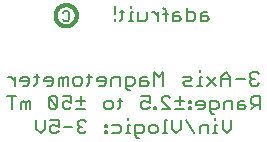
<source format=gbr>
G04 EAGLE Gerber RS-274X export*
G75*
%MOMM*%
%FSLAX34Y34*%
%LPD*%
%INSilkscreen Bottom*%
%IPPOS*%
%AMOC8*
5,1,8,0,0,1.08239X$1,22.5*%
G01*
%ADD10C,0.177800*%
%ADD11C,0.304800*%
%ADD12C,0.203200*%


D10*
X221853Y125738D02*
X219947Y127645D01*
X216133Y127645D01*
X214227Y125738D01*
X214227Y123832D01*
X216133Y121925D01*
X218040Y121925D01*
X216133Y121925D02*
X214227Y120018D01*
X214227Y118112D01*
X216133Y116205D01*
X219947Y116205D01*
X221853Y118112D01*
X209692Y121925D02*
X202065Y121925D01*
X197530Y123832D02*
X197530Y116205D01*
X197530Y123832D02*
X193717Y127645D01*
X189903Y123832D01*
X189903Y116205D01*
X189903Y121925D02*
X197530Y121925D01*
X185368Y123832D02*
X177742Y116205D01*
X185368Y116205D02*
X177742Y123832D01*
X173206Y123832D02*
X171300Y123832D01*
X171300Y116205D01*
X173206Y116205D02*
X169393Y116205D01*
X171300Y127645D02*
X171300Y129551D01*
X165098Y116205D02*
X159379Y116205D01*
X157472Y118112D01*
X159379Y120018D01*
X163192Y120018D01*
X165098Y121925D01*
X163192Y123832D01*
X157472Y123832D01*
X140775Y127645D02*
X140775Y116205D01*
X136962Y123832D02*
X140775Y127645D01*
X136962Y123832D02*
X133148Y127645D01*
X133148Y116205D01*
X126707Y123832D02*
X122893Y123832D01*
X120987Y121925D01*
X120987Y116205D01*
X126707Y116205D01*
X128613Y118112D01*
X126707Y120018D01*
X120987Y120018D01*
X112638Y112392D02*
X110732Y112392D01*
X108825Y114298D01*
X108825Y123832D01*
X114545Y123832D01*
X116451Y121925D01*
X116451Y118112D01*
X114545Y116205D01*
X108825Y116205D01*
X104290Y116205D02*
X104290Y123832D01*
X98570Y123832D01*
X96663Y121925D01*
X96663Y116205D01*
X90221Y116205D02*
X86408Y116205D01*
X90221Y116205D02*
X92128Y118112D01*
X92128Y121925D01*
X90221Y123832D01*
X86408Y123832D01*
X84501Y121925D01*
X84501Y120018D01*
X92128Y120018D01*
X78060Y118112D02*
X78060Y125738D01*
X78060Y118112D02*
X76153Y116205D01*
X76153Y123832D02*
X79966Y123832D01*
X69952Y116205D02*
X66139Y116205D01*
X64232Y118112D01*
X64232Y121925D01*
X66139Y123832D01*
X69952Y123832D01*
X71858Y121925D01*
X71858Y118112D01*
X69952Y116205D01*
X59697Y116205D02*
X59697Y123832D01*
X57790Y123832D01*
X55883Y121925D01*
X55883Y116205D01*
X55883Y121925D02*
X53977Y123832D01*
X52070Y121925D01*
X52070Y116205D01*
X45628Y116205D02*
X41815Y116205D01*
X45628Y116205D02*
X47535Y118112D01*
X47535Y121925D01*
X45628Y123832D01*
X41815Y123832D01*
X39908Y121925D01*
X39908Y120018D01*
X47535Y120018D01*
X33467Y118112D02*
X33467Y125738D01*
X33467Y118112D02*
X31560Y116205D01*
X31560Y123832D02*
X35373Y123832D01*
X25359Y116205D02*
X21545Y116205D01*
X25359Y116205D02*
X27265Y118112D01*
X27265Y121925D01*
X25359Y123832D01*
X21545Y123832D01*
X19639Y121925D01*
X19639Y120018D01*
X27265Y120018D01*
X15104Y116205D02*
X15104Y123832D01*
X15104Y120018D02*
X11290Y123832D01*
X9384Y123832D01*
X222555Y107070D02*
X222555Y96139D01*
X222555Y107070D02*
X217089Y107070D01*
X215267Y105248D01*
X215267Y101605D01*
X217089Y99783D01*
X222555Y99783D01*
X218911Y99783D02*
X215267Y96139D01*
X209039Y103427D02*
X205395Y103427D01*
X203573Y101605D01*
X203573Y96139D01*
X209039Y96139D01*
X210861Y97961D01*
X209039Y99783D01*
X203573Y99783D01*
X199167Y96139D02*
X199167Y103427D01*
X193701Y103427D01*
X191879Y101605D01*
X191879Y96139D01*
X183829Y92495D02*
X182007Y92495D01*
X180186Y94317D01*
X180186Y103427D01*
X185651Y103427D01*
X187473Y101605D01*
X187473Y97961D01*
X185651Y96139D01*
X180186Y96139D01*
X173957Y96139D02*
X170313Y96139D01*
X173957Y96139D02*
X175779Y97961D01*
X175779Y101605D01*
X173957Y103427D01*
X170313Y103427D01*
X168492Y101605D01*
X168492Y99783D01*
X175779Y99783D01*
X164085Y103427D02*
X162263Y103427D01*
X162263Y101605D01*
X164085Y101605D01*
X164085Y103427D01*
X164085Y97961D02*
X162263Y97961D01*
X162263Y96139D01*
X164085Y96139D01*
X164085Y97961D01*
X158238Y96139D02*
X150951Y96139D01*
X150951Y103427D02*
X158238Y103427D01*
X154594Y107070D02*
X154594Y99783D01*
X146544Y96139D02*
X139257Y96139D01*
X146544Y96139D02*
X139257Y103427D01*
X139257Y105248D01*
X141079Y107070D01*
X144722Y107070D01*
X146544Y105248D01*
X134850Y97961D02*
X134850Y96139D01*
X134850Y97961D02*
X133028Y97961D01*
X133028Y96139D01*
X134850Y96139D01*
X129003Y107070D02*
X121716Y107070D01*
X129003Y107070D02*
X129003Y101605D01*
X125359Y103427D01*
X123538Y103427D01*
X121716Y101605D01*
X121716Y97961D01*
X123538Y96139D01*
X127181Y96139D01*
X129003Y97961D01*
X103793Y97961D02*
X103793Y105248D01*
X103793Y97961D02*
X101972Y96139D01*
X101972Y103427D02*
X105615Y103427D01*
X95997Y96139D02*
X92354Y96139D01*
X90532Y97961D01*
X90532Y101605D01*
X92354Y103427D01*
X95997Y103427D01*
X97819Y101605D01*
X97819Y97961D01*
X95997Y96139D01*
X74431Y96139D02*
X67144Y96139D01*
X67144Y103427D02*
X74431Y103427D01*
X70788Y107070D02*
X70788Y99783D01*
X62737Y107070D02*
X55450Y107070D01*
X62737Y107070D02*
X62737Y101605D01*
X59094Y103427D01*
X57272Y103427D01*
X55450Y101605D01*
X55450Y97961D01*
X57272Y96139D01*
X60916Y96139D01*
X62737Y97961D01*
X51043Y97961D02*
X51043Y105248D01*
X49222Y107070D01*
X45578Y107070D01*
X43756Y105248D01*
X43756Y97961D01*
X45578Y96139D01*
X49222Y96139D01*
X51043Y97961D01*
X43756Y105248D01*
X27656Y103427D02*
X27656Y96139D01*
X27656Y103427D02*
X25834Y103427D01*
X24012Y101605D01*
X24012Y96139D01*
X24012Y101605D02*
X22190Y103427D01*
X20368Y101605D01*
X20368Y96139D01*
X12318Y96139D02*
X12318Y107070D01*
X15962Y107070D02*
X8674Y107070D01*
X198192Y86750D02*
X198192Y79463D01*
X194549Y75819D01*
X190905Y79463D01*
X190905Y86750D01*
X186498Y83107D02*
X184677Y83107D01*
X184677Y75819D01*
X186498Y75819D02*
X182855Y75819D01*
X184677Y86750D02*
X184677Y88572D01*
X178703Y83107D02*
X178703Y75819D01*
X178703Y83107D02*
X173237Y83107D01*
X171415Y81285D01*
X171415Y75819D01*
X167009Y75819D02*
X159721Y86750D01*
X155315Y86750D02*
X155315Y79463D01*
X151671Y75819D01*
X148027Y79463D01*
X148027Y86750D01*
X143621Y86750D02*
X141799Y86750D01*
X141799Y75819D01*
X143621Y75819D02*
X139977Y75819D01*
X134003Y75819D02*
X130359Y75819D01*
X128537Y77641D01*
X128537Y81285D01*
X130359Y83107D01*
X134003Y83107D01*
X135825Y81285D01*
X135825Y77641D01*
X134003Y75819D01*
X120487Y72175D02*
X118665Y72175D01*
X116843Y73997D01*
X116843Y83107D01*
X122309Y83107D01*
X124131Y81285D01*
X124131Y77641D01*
X122309Y75819D01*
X116843Y75819D01*
X112437Y83107D02*
X110615Y83107D01*
X110615Y75819D01*
X112437Y75819D02*
X108793Y75819D01*
X110615Y86750D02*
X110615Y88572D01*
X102819Y83107D02*
X97353Y83107D01*
X102819Y83107D02*
X104641Y81285D01*
X104641Y77641D01*
X102819Y75819D01*
X97353Y75819D01*
X92947Y83107D02*
X91125Y83107D01*
X91125Y81285D01*
X92947Y81285D01*
X92947Y83107D01*
X92947Y77641D02*
X91125Y77641D01*
X91125Y75819D01*
X92947Y75819D01*
X92947Y77641D01*
X75406Y84928D02*
X73584Y86750D01*
X69940Y86750D01*
X68118Y84928D01*
X68118Y83107D01*
X69940Y81285D01*
X71762Y81285D01*
X69940Y81285D02*
X68118Y79463D01*
X68118Y77641D01*
X69940Y75819D01*
X73584Y75819D01*
X75406Y77641D01*
X63712Y81285D02*
X56424Y81285D01*
X52018Y86750D02*
X44730Y86750D01*
X52018Y86750D02*
X52018Y81285D01*
X48374Y83107D01*
X46552Y83107D01*
X44730Y81285D01*
X44730Y77641D01*
X46552Y75819D01*
X50196Y75819D01*
X52018Y77641D01*
X40324Y79463D02*
X40324Y86750D01*
X40324Y79463D02*
X36680Y75819D01*
X33036Y79463D01*
X33036Y86750D01*
X173979Y178357D02*
X177623Y178357D01*
X173979Y178357D02*
X172157Y176535D01*
X172157Y171069D01*
X177623Y171069D01*
X179444Y172891D01*
X177623Y174713D01*
X172157Y174713D01*
X160463Y171069D02*
X160463Y182000D01*
X160463Y171069D02*
X165929Y171069D01*
X167751Y172891D01*
X167751Y176535D01*
X165929Y178357D01*
X160463Y178357D01*
X154235Y178357D02*
X150591Y178357D01*
X148769Y176535D01*
X148769Y171069D01*
X154235Y171069D01*
X156057Y172891D01*
X154235Y174713D01*
X148769Y174713D01*
X142541Y171069D02*
X142541Y180178D01*
X140719Y182000D01*
X140719Y176535D02*
X144363Y176535D01*
X136567Y178357D02*
X136567Y171069D01*
X136567Y174713D02*
X132923Y178357D01*
X131101Y178357D01*
X126822Y178357D02*
X126822Y172891D01*
X125000Y171069D01*
X119534Y171069D01*
X119534Y178357D01*
X115128Y178357D02*
X113306Y178357D01*
X113306Y171069D01*
X115128Y171069D02*
X111484Y171069D01*
X113306Y182000D02*
X113306Y183822D01*
X105510Y180178D02*
X105510Y172891D01*
X103688Y171069D01*
X103688Y178357D02*
X107332Y178357D01*
X99536Y172891D02*
X99536Y171069D01*
X99536Y176535D02*
X99536Y183822D01*
D11*
X49440Y175260D02*
X49443Y175480D01*
X49451Y175701D01*
X49464Y175921D01*
X49483Y176140D01*
X49508Y176359D01*
X49537Y176578D01*
X49572Y176795D01*
X49613Y177012D01*
X49658Y177228D01*
X49709Y177442D01*
X49765Y177655D01*
X49827Y177867D01*
X49893Y178077D01*
X49965Y178285D01*
X50042Y178492D01*
X50124Y178696D01*
X50210Y178899D01*
X50302Y179099D01*
X50399Y179298D01*
X50500Y179493D01*
X50607Y179686D01*
X50718Y179877D01*
X50833Y180064D01*
X50953Y180249D01*
X51078Y180431D01*
X51207Y180609D01*
X51341Y180785D01*
X51478Y180957D01*
X51620Y181125D01*
X51766Y181291D01*
X51916Y181452D01*
X52070Y181610D01*
X52228Y181764D01*
X52389Y181914D01*
X52555Y182060D01*
X52723Y182202D01*
X52895Y182339D01*
X53071Y182473D01*
X53249Y182602D01*
X53431Y182727D01*
X53616Y182847D01*
X53803Y182962D01*
X53994Y183073D01*
X54187Y183180D01*
X54382Y183281D01*
X54581Y183378D01*
X54781Y183470D01*
X54984Y183556D01*
X55188Y183638D01*
X55395Y183715D01*
X55603Y183787D01*
X55813Y183853D01*
X56025Y183915D01*
X56238Y183971D01*
X56452Y184022D01*
X56668Y184067D01*
X56885Y184108D01*
X57102Y184143D01*
X57321Y184172D01*
X57540Y184197D01*
X57759Y184216D01*
X57979Y184229D01*
X58200Y184237D01*
X58420Y184240D01*
X58640Y184237D01*
X58861Y184229D01*
X59081Y184216D01*
X59300Y184197D01*
X59519Y184172D01*
X59738Y184143D01*
X59955Y184108D01*
X60172Y184067D01*
X60388Y184022D01*
X60602Y183971D01*
X60815Y183915D01*
X61027Y183853D01*
X61237Y183787D01*
X61445Y183715D01*
X61652Y183638D01*
X61856Y183556D01*
X62059Y183470D01*
X62259Y183378D01*
X62458Y183281D01*
X62653Y183180D01*
X62846Y183073D01*
X63037Y182962D01*
X63224Y182847D01*
X63409Y182727D01*
X63591Y182602D01*
X63769Y182473D01*
X63945Y182339D01*
X64117Y182202D01*
X64285Y182060D01*
X64451Y181914D01*
X64612Y181764D01*
X64770Y181610D01*
X64924Y181452D01*
X65074Y181291D01*
X65220Y181125D01*
X65362Y180957D01*
X65499Y180785D01*
X65633Y180609D01*
X65762Y180431D01*
X65887Y180249D01*
X66007Y180064D01*
X66122Y179877D01*
X66233Y179686D01*
X66340Y179493D01*
X66441Y179298D01*
X66538Y179099D01*
X66630Y178899D01*
X66716Y178696D01*
X66798Y178492D01*
X66875Y178285D01*
X66947Y178077D01*
X67013Y177867D01*
X67075Y177655D01*
X67131Y177442D01*
X67182Y177228D01*
X67227Y177012D01*
X67268Y176795D01*
X67303Y176578D01*
X67332Y176359D01*
X67357Y176140D01*
X67376Y175921D01*
X67389Y175701D01*
X67397Y175480D01*
X67400Y175260D01*
X67397Y175040D01*
X67389Y174819D01*
X67376Y174599D01*
X67357Y174380D01*
X67332Y174161D01*
X67303Y173942D01*
X67268Y173725D01*
X67227Y173508D01*
X67182Y173292D01*
X67131Y173078D01*
X67075Y172865D01*
X67013Y172653D01*
X66947Y172443D01*
X66875Y172235D01*
X66798Y172028D01*
X66716Y171824D01*
X66630Y171621D01*
X66538Y171421D01*
X66441Y171222D01*
X66340Y171027D01*
X66233Y170834D01*
X66122Y170643D01*
X66007Y170456D01*
X65887Y170271D01*
X65762Y170089D01*
X65633Y169911D01*
X65499Y169735D01*
X65362Y169563D01*
X65220Y169395D01*
X65074Y169229D01*
X64924Y169068D01*
X64770Y168910D01*
X64612Y168756D01*
X64451Y168606D01*
X64285Y168460D01*
X64117Y168318D01*
X63945Y168181D01*
X63769Y168047D01*
X63591Y167918D01*
X63409Y167793D01*
X63224Y167673D01*
X63037Y167558D01*
X62846Y167447D01*
X62653Y167340D01*
X62458Y167239D01*
X62259Y167142D01*
X62059Y167050D01*
X61856Y166964D01*
X61652Y166882D01*
X61445Y166805D01*
X61237Y166733D01*
X61027Y166667D01*
X60815Y166605D01*
X60602Y166549D01*
X60388Y166498D01*
X60172Y166453D01*
X59955Y166412D01*
X59738Y166377D01*
X59519Y166348D01*
X59300Y166323D01*
X59081Y166304D01*
X58861Y166291D01*
X58640Y166283D01*
X58420Y166280D01*
X58200Y166283D01*
X57979Y166291D01*
X57759Y166304D01*
X57540Y166323D01*
X57321Y166348D01*
X57102Y166377D01*
X56885Y166412D01*
X56668Y166453D01*
X56452Y166498D01*
X56238Y166549D01*
X56025Y166605D01*
X55813Y166667D01*
X55603Y166733D01*
X55395Y166805D01*
X55188Y166882D01*
X54984Y166964D01*
X54781Y167050D01*
X54581Y167142D01*
X54382Y167239D01*
X54187Y167340D01*
X53994Y167447D01*
X53803Y167558D01*
X53616Y167673D01*
X53431Y167793D01*
X53249Y167918D01*
X53071Y168047D01*
X52895Y168181D01*
X52723Y168318D01*
X52555Y168460D01*
X52389Y168606D01*
X52228Y168756D01*
X52070Y168910D01*
X51916Y169068D01*
X51766Y169229D01*
X51620Y169395D01*
X51478Y169563D01*
X51341Y169735D01*
X51207Y169911D01*
X51078Y170089D01*
X50953Y170271D01*
X50833Y170456D01*
X50718Y170643D01*
X50607Y170834D01*
X50500Y171027D01*
X50399Y171222D01*
X50302Y171421D01*
X50210Y171621D01*
X50124Y171824D01*
X50042Y172028D01*
X49965Y172235D01*
X49893Y172443D01*
X49827Y172653D01*
X49765Y172865D01*
X49709Y173078D01*
X49658Y173292D01*
X49613Y173508D01*
X49572Y173725D01*
X49537Y173942D01*
X49508Y174161D01*
X49483Y174380D01*
X49464Y174599D01*
X49451Y174819D01*
X49443Y175040D01*
X49440Y175260D01*
D12*
X55537Y177975D02*
X56893Y179331D01*
X59604Y179331D01*
X60960Y177975D01*
X60960Y172552D01*
X59604Y171196D01*
X56893Y171196D01*
X55537Y172552D01*
M02*

</source>
